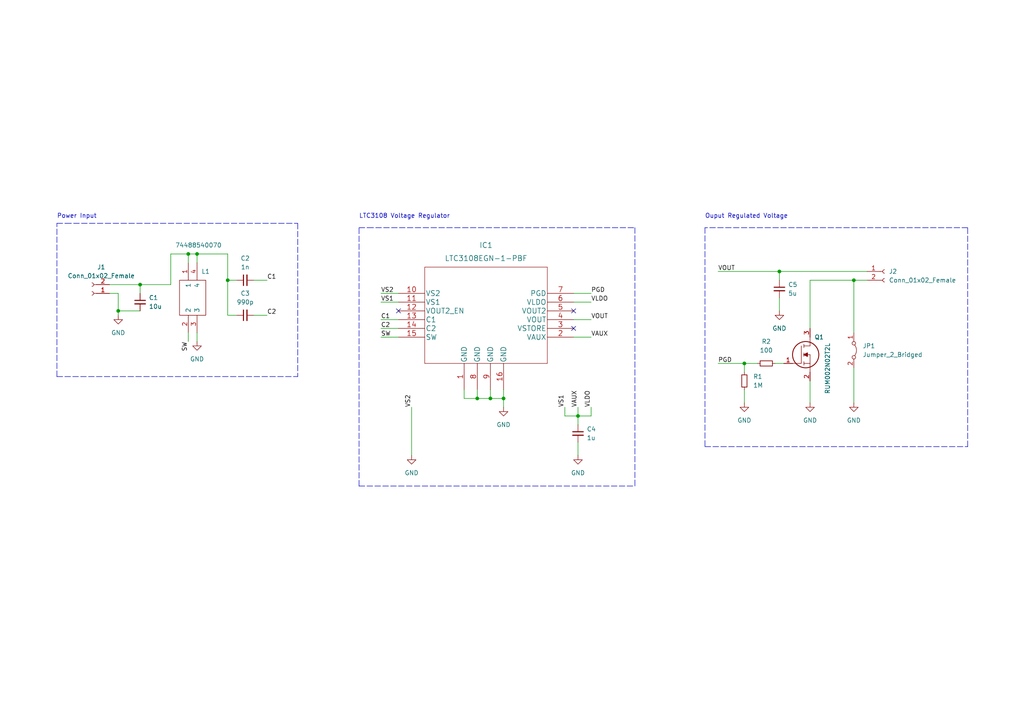
<source format=kicad_sch>
(kicad_sch (version 20210621) (generator eeschema)
  (paper "A4")
  (title_block (title "TEG Energy Harvester") (date "2021-11-30") (rev "1"))
  (lib_symbols
    (symbol "Connector:Conn_01x02_Female" (pin_names (offset 1.016) hide)
      (property "Reference" "J" (at 0 2.54 0))
      (property "Value" "Conn_01x02_Female" (at 0 -5.08 0))
      (symbol "Conn_01x02_Female_1_1"
        (arc (start 0 -2.032) (end 0 -3.048) (radius (at 0 -2.54) (length 0.508) (angles 90.1 -90.1)) (stroke (width 0.1524)))
        (arc (start 0 0.508) (end 0 -0.508) (radius (at 0 0) (length 0.508) (angles 90.1 -90.1)) (stroke (width 0.1524)))
        (polyline (pts (xy -1.27 -2.54) (xy -0.508 -2.54)) (stroke (width 0.1524)))
        (polyline (pts (xy -1.27 0) (xy -0.508 0)) (stroke (width 0.1524)))
        (pin passive line (at -5.08 0 0) (length 3.81) (name "Pin_1") (number "1"))
        (pin passive line (at -5.08 -2.54 0) (length 3.81) (name "Pin_2") (number "2"))
      )
    )
    (symbol "Device:C_Small" (pin_numbers hide) (pin_names (offset 0.254) hide)
      (property "Reference" "C" (at 0.254 1.778 0))
      (property "Value" "C_Small" (at 0.254 -2.032 0))
      (symbol "C_Small_0_1"
        (polyline (pts (xy -1.524 -0.508) (xy 1.524 -0.508)) (stroke (width 0.3302)))
        (polyline (pts (xy -1.524 0.508) (xy 1.524 0.508)) (stroke (width 0.3048)))
      )
      (symbol "C_Small_1_1"
        (pin passive line (at 0 2.54 270) (length 2.032) (name "~") (number "1"))
        (pin passive line (at 0 -2.54 90) (length 2.032) (name "~") (number "2"))
      )
    )
    (symbol "Device:R_Small" (pin_numbers hide) (pin_names (offset 0.254) hide)
      (property "Reference" "R" (at 0.762 0.508 0))
      (property "Value" "R_Small" (at 0.762 -1.016 0))
      (symbol "R_Small_0_1"
        (rectangle (start -0.762 1.778) (end 0.762 -1.778) (stroke (width 0.2032)))
      )
      (symbol "R_Small_1_1"
        (pin passive line (at 0 2.54 270) (length 0.762) (name "~") (number "1"))
        (pin passive line (at 0 -2.54 90) (length 0.762) (name "~") (number "2"))
      )
    )
    (symbol "Jumper:Jumper_2_Bridged" (pin_names (offset 0) hide)
      (property "Reference" "JP" (at 0 1.905 0))
      (property "Value" "Jumper_2_Bridged" (at 0 -2.54 0))
      (symbol "Jumper_2_Bridged_0_0"
        (circle (center -2.032 0) (radius 0.508))
        (circle (center 2.032 0) (radius 0.508))
      )
      (symbol "Jumper_2_Bridged_0_1"
        (arc (start -1.524 0.254) (end 1.524 0.254) (radius (at 0 -1.778) (length 2.54) (angles 126.9 53.1)))
      )
      (symbol "Jumper_2_Bridged_1_1"
        (pin passive line (at -5.08 0 0) (length 2.54) (name "A") (number "1"))
        (pin passive line (at 5.08 0 180) (length 2.54) (name "B") (number "2"))
      )
    )
    (symbol "LTC_3801:LTC3108EGN-1-PBF" (pin_names (offset 0.254))
      (property "Reference" "IC?" (at 25.4 -29.21 0))
      (property "Value" "LTC3108EGN-1-PBF" (at 25.4 -25.4 0))
      (symbol "LTC3108EGN-1-PBF_1_1"
        (polyline (pts (xy 7.62 -22.86) (xy 43.18 -22.86)) (stroke (width 0.127)))
        (polyline (pts (xy 7.62 5.08) (xy 7.62 -22.86)) (stroke (width 0.127)))
        (polyline (pts (xy 43.18 -22.86) (xy 43.18 5.08)) (stroke (width 0.127)))
        (polyline (pts (xy 43.18 5.08) (xy 7.62 5.08)) (stroke (width 0.127)))
        (pin unspecified line (at 19.05 -30.48 90) (length 7.62) (name "GND") (number "1"))
        (pin unspecified line (at 0 -2.54 0) (length 7.62) (name "VS2") (number "10"))
        (pin unspecified line (at 0 -5.08 0) (length 7.62) (name "VS1") (number "11"))
        (pin unspecified line (at 0 -7.62 0) (length 7.62) (name "VOUT2_EN") (number "12"))
        (pin unspecified line (at 0 -10.16 0) (length 7.62) (name "C1") (number "13"))
        (pin unspecified line (at 0 -12.7 0) (length 7.62) (name "C2") (number "14"))
        (pin unspecified line (at 0 -15.24 0) (length 7.62) (name "SW") (number "15"))
        (pin unspecified line (at 30.48 -30.48 90) (length 7.62) (name "GND") (number "16"))
        (pin unspecified line (at 50.8 -15.24 180) (length 7.62) (name "VAUX") (number "2"))
        (pin unspecified line (at 50.8 -12.7 180) (length 7.62) (name "VSTORE") (number "3"))
        (pin unspecified line (at 50.8 -10.16 180) (length 7.62) (name "VOUT") (number "4"))
        (pin unspecified line (at 50.8 -7.62 180) (length 7.62) (name "VOUT2") (number "5"))
        (pin unspecified line (at 50.8 -5.08 180) (length 7.62) (name "VLDO") (number "6"))
        (pin unspecified line (at 50.8 -2.54 180) (length 7.62) (name "PGD") (number "7"))
        (pin unspecified line (at 22.86 -30.48 90) (length 7.62) (name "GND") (number "8"))
        (pin unspecified line (at 26.67 -30.48 90) (length 7.62) (name "GND") (number "9"))
      )
    )
    (symbol "library_loader:RUM002N02T2L" (pin_names (offset 0.762))
      (property "Reference" "Q" (at 11.43 3.81 0))
      (property "Value" "RUM002N02T2L" (at 11.43 1.27 0))
      (symbol "RUM002N02T2L_0_0"
        (pin passive line (at 0 0 0) (length 2.54) (name "~") (number "1"))
        (pin passive line (at 7.62 -5.08 90) (length 2.54) (name "~") (number "2"))
        (pin passive line (at 7.62 10.16 270) (length 2.54) (name "~") (number "3"))
      )
      (symbol "RUM002N02T2L_0_1"
        (circle (center 6.35 2.54) (radius 3.81) (stroke (width 0.254)))
        (polyline (pts (xy 5.842 -0.508) (xy 5.842 0.508)) (stroke (width 0.1524)))
        (polyline (pts (xy 5.842 0) (xy 7.62 0)) (stroke (width 0.1524)))
        (polyline (pts (xy 5.842 2.032) (xy 5.842 3.048)) (stroke (width 0.1524)))
        (polyline (pts (xy 5.842 5.588) (xy 5.842 4.572)) (stroke (width 0.1524)))
        (polyline (pts (xy 7.62 2.54) (xy 5.842 2.54)) (stroke (width 0.1524)))
        (polyline (pts (xy 7.62 2.54) (xy 7.62 -2.54)) (stroke (width 0.1524)))
        (polyline (pts (xy 7.62 5.08) (xy 5.842 5.08)) (stroke (width 0.1524)))
        (polyline (pts (xy 7.62 5.08) (xy 7.62 7.62)) (stroke (width 0.1524)))
        (polyline (pts (xy 2.54 0) (xy 5.08 0) (xy 5.08 5.08)) (stroke (width 0.1524)))
        (polyline (pts (xy 5.842 2.54) (xy 6.858 3.048) (xy 6.858 2.032) (xy 5.842 2.54)) (stroke (width 0.254)) (fill (type outline)))
      )
    )
    (symbol "power:GND" (power) (pin_names (offset 0))
      (property "Value" "GND" (at 0 -3.81 0))
      (symbol "GND_0_1"
        (polyline (pts (xy 0 0) (xy 0 -1.27) (xy 1.27 -1.27) (xy 0 -2.54) (xy -1.27 -1.27) (xy 0 -1.27)))
      )
      (symbol "GND_1_1"
        (pin power_in line (at 0 0 270) (length 0) hide (name "GND") (number "1"))
      )
    )
    (symbol "wuerth_74488540070:74488540070" (pin_names (offset 0.762))
      (property "Reference" "L" (at 16.51 7.62 0))
      (property "Value" "74488540070" (at 16.51 5.08 0))
      (symbol "74488540070_0_0"
        (pin passive line (at 0 -2.54 0) (length 5.08) (name "1") (number "1"))
        (pin passive line (at 20.32 -2.54 180) (length 5.08) (name "2") (number "2"))
        (pin passive line (at 20.32 0 180) (length 5.08) (name "3") (number "3"))
        (pin passive line (at 0 0 0) (length 5.08) (name "4") (number "4"))
      )
      (symbol "74488540070_0_1"
        (polyline (pts (xy 5.08 2.54) (xy 15.24 2.54) (xy 15.24 -5.08) (xy 5.08 -5.08) (xy 5.08 2.54)) (stroke (width 0.1524)))
      )
    )
  )
  (junction (at 34.29 90.17))
  (junction (at 40.64 82.55))
  (junction (at 54.61 73.66))
  (junction (at 57.15 73.66))
  (junction (at 66.04 81.28))
  (junction (at 138.43 115.57))
  (junction (at 142.24 115.57))
  (junction (at 146.05 115.57))
  (junction (at 167.64 120.65))
  (junction (at 215.9 105.41))
  (junction (at 226.06 78.74))
  (junction (at 247.65 81.28))
  (no_connect (at 115.57 90.17))
  (no_connect (at 166.37 90.17))
  (no_connect (at 166.37 95.25))
  (wire (pts (xy 31.75 82.55) (xy 40.64 82.55)))
  (wire (pts (xy 31.75 85.09) (xy 34.29 85.09)))
  (wire (pts (xy 34.29 85.09) (xy 34.29 90.17)))
  (wire (pts (xy 34.29 90.17) (xy 34.29 91.44)))
  (wire (pts (xy 34.29 90.17) (xy 40.64 90.17)))
  (wire (pts (xy 40.64 82.55) (xy 40.64 85.09)))
  (wire (pts (xy 49.53 73.66) (xy 49.53 82.55)))
  (wire (pts (xy 49.53 82.55) (xy 40.64 82.55)))
  (wire (pts (xy 54.61 73.66) (xy 49.53 73.66)))
  (wire (pts (xy 54.61 73.66) (xy 57.15 73.66)))
  (wire (pts (xy 54.61 76.2) (xy 54.61 73.66)))
  (wire (pts (xy 54.61 96.52) (xy 54.61 99.06)))
  (wire (pts (xy 57.15 73.66) (xy 66.04 73.66)))
  (wire (pts (xy 57.15 76.2) (xy 57.15 73.66)))
  (wire (pts (xy 57.15 96.52) (xy 57.15 99.06)))
  (wire (pts (xy 66.04 73.66) (xy 66.04 81.28)))
  (wire (pts (xy 66.04 81.28) (xy 66.04 91.44)))
  (wire (pts (xy 66.04 81.28) (xy 68.58 81.28)))
  (wire (pts (xy 68.58 91.44) (xy 66.04 91.44)))
  (wire (pts (xy 73.66 81.28) (xy 77.47 81.28)))
  (wire (pts (xy 73.66 91.44) (xy 77.47 91.44)))
  (wire (pts (xy 110.49 85.09) (xy 115.57 85.09)))
  (wire (pts (xy 110.49 87.63) (xy 115.57 87.63)))
  (wire (pts (xy 110.49 92.71) (xy 115.57 92.71)))
  (wire (pts (xy 110.49 95.25) (xy 115.57 95.25)))
  (wire (pts (xy 110.49 97.79) (xy 115.57 97.79)))
  (wire (pts (xy 119.38 118.11) (xy 119.38 132.08)))
  (wire (pts (xy 134.62 113.03) (xy 134.62 115.57)))
  (wire (pts (xy 134.62 115.57) (xy 138.43 115.57)))
  (wire (pts (xy 138.43 113.03) (xy 138.43 115.57)))
  (wire (pts (xy 138.43 115.57) (xy 142.24 115.57)))
  (wire (pts (xy 142.24 113.03) (xy 142.24 115.57)))
  (wire (pts (xy 142.24 115.57) (xy 146.05 115.57)))
  (wire (pts (xy 146.05 113.03) (xy 146.05 115.57)))
  (wire (pts (xy 146.05 115.57) (xy 146.05 118.11)))
  (wire (pts (xy 163.83 118.11) (xy 163.83 120.65)))
  (wire (pts (xy 166.37 85.09) (xy 171.45 85.09)))
  (wire (pts (xy 166.37 87.63) (xy 171.45 87.63)))
  (wire (pts (xy 166.37 92.71) (xy 171.45 92.71)))
  (wire (pts (xy 166.37 97.79) (xy 171.45 97.79)))
  (wire (pts (xy 167.64 118.11) (xy 167.64 120.65)))
  (wire (pts (xy 167.64 120.65) (xy 163.83 120.65)))
  (wire (pts (xy 167.64 120.65) (xy 171.45 120.65)))
  (wire (pts (xy 167.64 123.19) (xy 167.64 120.65)))
  (wire (pts (xy 167.64 128.27) (xy 167.64 132.08)))
  (wire (pts (xy 171.45 118.11) (xy 171.45 120.65)))
  (wire (pts (xy 208.28 78.74) (xy 226.06 78.74)))
  (wire (pts (xy 208.28 105.41) (xy 215.9 105.41)))
  (wire (pts (xy 215.9 105.41) (xy 215.9 107.95)))
  (wire (pts (xy 215.9 105.41) (xy 219.71 105.41)))
  (wire (pts (xy 215.9 113.03) (xy 215.9 116.84)))
  (wire (pts (xy 224.79 105.41) (xy 227.33 105.41)))
  (wire (pts (xy 226.06 78.74) (xy 226.06 81.28)))
  (wire (pts (xy 226.06 78.74) (xy 251.46 78.74)))
  (wire (pts (xy 226.06 86.36) (xy 226.06 90.17)))
  (wire (pts (xy 234.95 81.28) (xy 247.65 81.28)))
  (wire (pts (xy 234.95 95.25) (xy 234.95 81.28)))
  (wire (pts (xy 234.95 110.49) (xy 234.95 116.84)))
  (wire (pts (xy 247.65 81.28) (xy 247.65 96.52)))
  (wire (pts (xy 247.65 106.68) (xy 247.65 116.84)))
  (wire (pts (xy 251.46 81.28) (xy 247.65 81.28)))
  (polyline (pts (xy 16.51 64.77) (xy 19.05 64.77)))
  (polyline (pts (xy 16.51 109.22) (xy 16.51 64.77)))
  (polyline (pts (xy 16.51 109.22) (xy 86.36 109.22)))
  (polyline (pts (xy 19.05 64.77) (xy 86.36 64.77)))
  (polyline (pts (xy 86.36 64.77) (xy 86.36 109.22)))
  (polyline (pts (xy 104.14 66.04) (xy 106.68 66.04)))
  (polyline (pts (xy 104.14 140.97) (xy 104.14 66.04)))
  (polyline (pts (xy 104.14 140.97) (xy 184.15 140.97)))
  (polyline (pts (xy 106.68 66.04) (xy 184.15 66.04)))
  (polyline (pts (xy 184.15 66.04) (xy 184.15 140.97)))
  (polyline (pts (xy 204.47 66.04) (xy 204.47 129.54)))
  (polyline (pts (xy 204.47 129.54) (xy 280.67 129.54)))
  (polyline (pts (xy 280.67 66.04) (xy 204.47 66.04)))
  (polyline (pts (xy 280.67 129.54) (xy 280.67 66.04)))
  (text "Power Input" (at 16.51 63.5 0) (effects (font (size 1.27 1.27)) (justify left bottom)))
  (text "LTC3108 Voltage Regulator" (at 104.14 63.5 0) (effects (font (size 1.27 1.27)) (justify left bottom)))
  (text "Ouput Regulated Voltage" (at 204.47 63.5 0) (effects (font (size 1.27 1.27)) (justify left bottom)))
  (label "SW" (at 54.61 99.06 270))
  (label "C1" (at 77.47 81.28 0))
  (label "C2" (at 77.47 91.44 0))
  (label "VS2" (at 110.49 85.09 0))
  (label "VS1" (at 110.49 87.63 0))
  (label "C1" (at 110.49 92.71 0))
  (label "C2" (at 110.49 95.25 0))
  (label "SW" (at 110.49 97.79 0))
  (label "VS2" (at 119.38 118.11 90))
  (label "VS1" (at 163.83 118.11 90))
  (label "VAUX" (at 167.64 118.11 90))
  (label "PGD" (at 171.45 85.09 0))
  (label "VLDO" (at 171.45 87.63 0))
  (label "VOUT" (at 171.45 92.71 0))
  (label "VAUX" (at 171.45 97.79 0))
  (label "VLDO" (at 171.45 118.11 90))
  (label "VOUT" (at 208.28 78.74 0))
  (label "PGD" (at 208.28 105.41 0))
  (symbol (lib_id "power:GND") (at 34.29 91.44 0) (unit 1)
    (property "Reference" "#PWR01" (effects hide))
    (property "Value" "GND" (at 34.29 96.52 0))
  )
  (symbol (lib_id "power:GND") (at 57.15 99.06 0) (unit 1)
    (property "Reference" "#PWR02" (effects hide))
    (property "Value" "GND" (at 57.15 104.14 0))
  )
  (symbol (lib_id "power:GND") (at 119.38 132.08 0) (unit 1)
    (property "Reference" "#PWR03" (effects hide))
    (property "Value" "GND" (at 119.38 137.16 0))
  )
  (symbol (lib_id "power:GND") (at 146.05 118.11 0) (unit 1)
    (property "Reference" "#PWR04" (effects hide))
    (property "Value" "GND" (at 146.05 123.19 0))
  )
  (symbol (lib_id "power:GND") (at 167.64 132.08 0) (unit 1)
    (property "Reference" "#PWR05" (effects hide))
    (property "Value" "GND" (at 167.64 137.16 0))
  )
  (symbol (lib_id "power:GND") (at 215.9 116.84 0) (unit 1)
    (property "Reference" "#PWR06" (effects hide))
    (property "Value" "GND" (at 215.9 121.92 0))
  )
  (symbol (lib_id "power:GND") (at 226.06 90.17 0) (unit 1)
    (property "Reference" "#PWR07" (effects hide))
    (property "Value" "GND" (at 226.06 95.25 0))
  )
  (symbol (lib_id "power:GND") (at 234.95 116.84 0) (unit 1)
    (property "Reference" "#PWR08" (effects hide))
    (property "Value" "GND" (at 234.95 121.92 0))
  )
  (symbol (lib_id "power:GND") (at 247.65 116.84 0) (unit 1)
    (property "Reference" "#PWR09" (effects hide))
    (property "Value" "GND" (at 247.65 121.92 0))
  )
  (symbol (lib_id "Device:R_Small") (at 215.9 110.49 0) (unit 1)
    (property "Reference" "R1" (at 218.44 109.2199 0) (effects (justify left)))
    (property "Value" "1M" (at 218.44 111.7599 0) (effects (justify left)))
    (property "Footprint" "Resistor_SMD:R_0805_2012Metric_Pad1.20x1.40mm_HandSolder" (effects hide))
  )
  (symbol (lib_id "Device:R_Small") (at 222.25 105.41 90) (unit 1)
    (property "Reference" "R2" (at 222.25 99.06 90))
    (property "Value" "100" (at 222.25 101.6 90))
    (property "Footprint" "Resistor_SMD:R_0805_2012Metric_Pad1.20x1.40mm_HandSolder" (effects hide))
  )
  (symbol (lib_id "Jumper:Jumper_2_Bridged") (at 247.65 101.6 270) (unit 1)
    (property "Reference" "JP1" (at 250.19 100.3299 90) (effects (justify left)))
    (property "Value" "Jumper_2_Bridged" (at 250.19 102.8699 90) (effects (justify left)))
    (property "Footprint" "Jumper:SolderJumper-2_P1.3mm_Open_Pad1.0x1.5mm" (effects hide))
  )
  (symbol (lib_id "Device:C_Small") (at 40.64 87.63 0) (unit 1)
    (property "Reference" "C1" (at 43.18 86.3599 0) (effects (justify left)))
    (property "Value" "10u" (at 43.18 88.8999 0) (effects (justify left)))
    (property "Footprint" "Capacitor_SMD:C_0805_2012Metric_Pad1.18x1.45mm_HandSolder" (effects hide))
  )
  (symbol (lib_id "Device:C_Small") (at 71.12 81.28 90) (unit 1)
    (property "Reference" "C2" (at 71.12 74.93 90))
    (property "Value" "1n" (at 71.12 77.47 90))
    (property "Footprint" "Capacitor_SMD:C_0805_2012Metric_Pad1.18x1.45mm_HandSolder" (effects hide))
  )
  (symbol (lib_id "Device:C_Small") (at 71.12 91.44 90) (unit 1)
    (property "Reference" "C3" (at 71.12 85.09 90))
    (property "Value" "990p" (at 71.12 87.63 90))
    (property "Footprint" "Capacitor_SMD:C_0805_2012Metric_Pad1.18x1.45mm_HandSolder" (effects hide))
  )
  (symbol (lib_id "Device:C_Small") (at 167.64 125.73 0) (unit 1)
    (property "Reference" "C4" (at 170.18 124.4599 0) (effects (justify left)))
    (property "Value" "1u" (at 170.18 126.9999 0) (effects (justify left)))
    (property "Footprint" "Capacitor_SMD:C_0805_2012Metric_Pad1.18x1.45mm_HandSolder" (effects hide))
  )
  (symbol (lib_id "Device:C_Small") (at 226.06 83.82 0) (unit 1)
    (property "Reference" "C5" (at 228.6 82.5499 0) (effects (justify left)))
    (property "Value" "5u" (at 228.6 85.0899 0) (effects (justify left)))
    (property "Footprint" "Capacitor_SMD:C_0805_2012Metric_Pad1.18x1.45mm_HandSolder" (effects hide))
  )
  (symbol (lib_id "Connector:Conn_01x02_Female") (at 26.67 85.09 180) (unit 1)
    (property "Reference" "J1" (at 29.3624 77.47 0))
    (property "Value" "Conn_01x02_Female" (at 29.3624 80.01 0))
    (property "Footprint" "Connector_Pad:2-pad" (effects hide))
  )
  (symbol (lib_id "Connector:Conn_01x02_Female") (at 256.54 78.74 0) (unit 1)
    (property "Reference" "J2" (at 257.81 78.7399 0) (effects (justify left)))
    (property "Value" "Conn_01x02_Female" (at 257.81 81.2799 0) (effects (justify left)))
    (property "Footprint" "Connector_Pad:2-pad" (effects hide))
  )
  (symbol (lib_id "wuerth_74488540070:74488540070") (at 57.15 76.2 270) (unit 1)
    (property "Reference" "L1" (at 58.42 78.7399 90) (effects (justify left)))
    (property "Value" "74488540070" (at 50.8 71.1199 90) (effects (justify left)))
    (property "Footprint" "Wuerth_74488540070:74488540070" (effects hide))
    (property "Datasheet" "http://katalog.we-online.com/pbs/datasheet/74488540070.pdf" (effects hide))
    (property "Description" "Energy Harvesting Inductor WE-EHPI 7.5uH Wurth WE-EHPI Series Shielded Wire-wound SMD Inductor with a Ferrite Core, 7 uH +/-20% 1.9A Idc" (effects hide))
    (property "Height" "4" (effects hide))
    (property "Manufacturer_Name" "Wurth Elektronik" (effects hide))
    (property "Manufacturer_Part_Number" "74488540070" (effects hide))
    (property "Mouser Part Number" "710-74488540070" (effects hide))
    (property "Mouser Price/Stock" "https://www.mouser.co.uk/ProductDetail/Wurth-Elektronik/74488540070?qs=BXmE%252BJ0Y7xZ448CDAQuf4w%3D%3D" (effects hide))
  )
  (symbol (lib_id "library_loader:RUM002N02T2L") (at 227.33 105.41 0) (unit 1)
    (property "Reference" "Q1" (at 236.22 97.7899 0) (effects (justify left)))
    (property "Value" "RUM002N02T2L" (at 240.03 114.2999 90) (effects (justify left)))
    (property "Footprint" "RUM002N02:SOTFL40P120X55-3N" (effects hide))
    (property "Datasheet" "http://uk.rs-online.com/web/p/products/1246839P" (effects hide))
    (property "Description" "MOSFET,N-channel,20V,200mA,SOT723 ROHM RUM002N02T2L N-channel MOSFET Transistor, +/-200 mA, 20 V, 3-Pin SOT-723" (effects hide))
    (property "Height" "0.55" (effects hide))
    (property "RS Part Number" "1246839P" (effects hide))
    (property "RS Price/Stock" "http://uk.rs-online.com/web/p/products/1246839P" (effects hide))
    (property "Manufacturer_Name" "ROHM Semiconductor" (effects hide))
    (property "Manufacturer_Part_Number" "RUM002N02T2L" (effects hide))
  )
  (symbol (lib_id "LTC_3801:LTC3108EGN-1-PBF") (at 115.57 82.55 0) (unit 1)
    (property "Reference" "IC1" (at 140.97 71.12 0) (effects (font (size 1.524 1.524))))
    (property "Value" "LTC3108EGN-1-PBF" (at 140.97 74.93 0) (effects (font (size 1.524 1.524))))
    (property "Footprint" "LTC3108:LTC3108EGN-1-PBF" (effects hide))
  )
)
</source>
